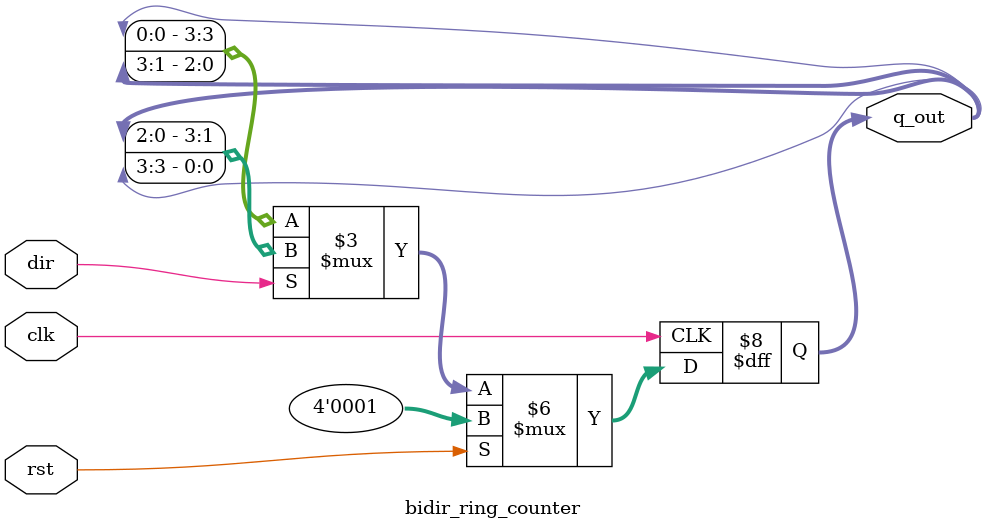
<source format=sv>
module bidir_ring_counter(
    input wire clk,
    input wire rst,
    input wire dir, // 0: right, 1: left
    output reg [3:0] q_out
);
    always @(posedge clk) begin
        if (rst)
            q_out <= 4'b0001;
        else if (dir)
            q_out <= {q_out[2:0], q_out[3]}; // Right shift
        else
            q_out <= {q_out[0], q_out[3:1]}; // Left shift
    end
endmodule
</source>
